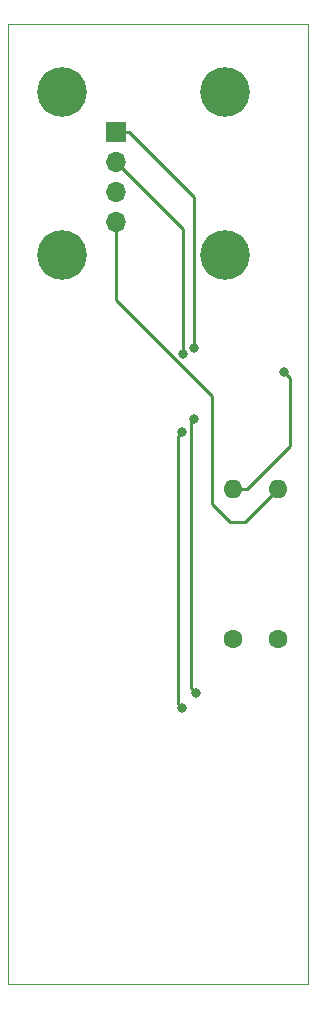
<source format=gbr>
G04 #@! TF.GenerationSoftware,KiCad,Pcbnew,(5.1.4)-1*
G04 #@! TF.CreationDate,2019-08-22T22:39:33-07:00*
G04 #@! TF.ProjectId,the,7468652e-6b69-4636-9164-5f7063625858,rev?*
G04 #@! TF.SameCoordinates,Original*
G04 #@! TF.FileFunction,Copper,L2,Bot*
G04 #@! TF.FilePolarity,Positive*
%FSLAX46Y46*%
G04 Gerber Fmt 4.6, Leading zero omitted, Abs format (unit mm)*
G04 Created by KiCad (PCBNEW (5.1.4)-1) date 2019-08-22 22:39:33*
%MOMM*%
%LPD*%
G04 APERTURE LIST*
%ADD10C,0.120000*%
%ADD11C,4.200000*%
%ADD12O,1.700000X1.700000*%
%ADD13R,1.700000X1.700000*%
%ADD14O,1.600000X1.600000*%
%ADD15C,1.600000*%
%ADD16C,0.800000*%
%ADD17C,0.250000*%
G04 APERTURE END LIST*
D10*
X63500000Y-119380000D02*
X63500000Y-38100000D01*
X88900000Y-119380000D02*
X63500000Y-119380000D01*
X88900000Y-38100000D02*
X88900000Y-119380000D01*
X63500000Y-38100000D02*
X88900000Y-38100000D01*
D11*
X81840300Y-57670000D03*
X68010000Y-57670000D03*
X68010000Y-43839700D03*
X81840300Y-43839700D03*
D12*
X72644000Y-54864000D03*
X72644000Y-52324000D03*
X72644000Y-49784000D03*
D13*
X72644000Y-47244000D03*
D14*
X82550000Y-77470000D03*
D15*
X82550000Y-90170000D03*
X86360000Y-90170000D03*
D14*
X86360000Y-77470000D03*
D16*
X79248000Y-65532000D03*
X78290000Y-66040000D03*
X86868000Y-67564000D03*
X78232000Y-96012000D03*
X78232000Y-72644000D03*
X79206835Y-71506942D03*
X79400000Y-94705000D03*
D17*
X73744000Y-47244000D02*
X72644000Y-47244000D01*
X79248000Y-52748000D02*
X73744000Y-47244000D01*
X79248000Y-65532000D02*
X79248000Y-52748000D01*
X78290000Y-55430000D02*
X72644000Y-49784000D01*
X78290000Y-66040000D02*
X78290000Y-55430000D01*
X72644000Y-61467002D02*
X80772000Y-69595002D01*
X72644000Y-54864000D02*
X72644000Y-61467002D01*
X80772000Y-69595002D02*
X80772000Y-78740000D01*
X80772000Y-78740000D02*
X82296000Y-80264000D01*
X83566000Y-80264000D02*
X86360000Y-77470000D01*
X82296000Y-80264000D02*
X83566000Y-80264000D01*
X83681370Y-77470000D02*
X87376000Y-73775370D01*
X82550000Y-77470000D02*
X83681370Y-77470000D01*
X87376000Y-73775370D02*
X87376000Y-68072000D01*
X87376000Y-68072000D02*
X86868000Y-67564000D01*
X77832001Y-95612001D02*
X78232000Y-96012000D01*
X77832001Y-73043999D02*
X77832001Y-95612001D01*
X78232000Y-72644000D02*
X77832001Y-73043999D01*
X79206835Y-71506942D02*
X79093058Y-71506942D01*
X78957001Y-94262001D02*
X79400000Y-94705000D01*
X79206835Y-71506942D02*
X78957001Y-71756776D01*
X78957001Y-71756776D02*
X78957001Y-94262001D01*
M02*

</source>
